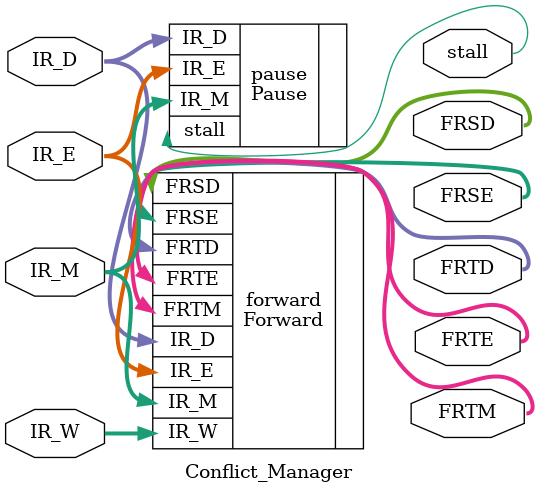
<source format=v>
`timescale 1ns / 1ps
module Conflict_Manager(
    input [31:0] IR_D,
	 input [31:0] IR_E,
	 input [31:0] IR_M,
	 input [31:0] IR_W,
	 output [2:0] FRSD,
	 output [2:0] FRTD,
	 output [2:0] FRSE,
	 output [2:0] FRTE,
	 output [1:0] FRTM,
	 output stall
	 );
	 
	 Forward forward(
			.IR_D(IR_D),
			.IR_E(IR_E),
			.IR_M(IR_M),
			.IR_W(IR_W),
			.FRSD(FRSD),
			.FRTD(FRTD),
			.FRSE(FRSE),
			.FRTE(FRTE),
			.FRTM(FRTM)
			);
	 Pause pause(
			.IR_D(IR_D),
			.IR_E(IR_E),
			.IR_M(IR_M),
			.stall(stall)
			);


endmodule

</source>
